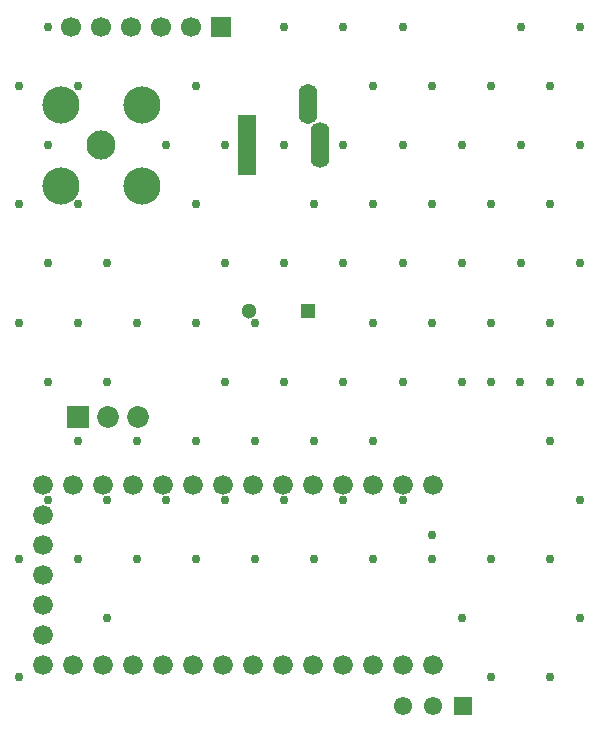
<source format=gbs>
G04*
G04 #@! TF.GenerationSoftware,Altium Limited,Altium Designer,22.10.1 (41)*
G04*
G04 Layer_Color=16711935*
%FSLAX25Y25*%
%MOIN*%
G70*
G04*
G04 #@! TF.SameCoordinates,E9990B0B-6E38-4B2E-9C7E-526108F30C78*
G04*
G04*
G04 #@! TF.FilePolarity,Negative*
G04*
G01*
G75*
%ADD22C,0.12402*%
%ADD23C,0.09724*%
%ADD24R,0.05118X0.05118*%
%ADD25C,0.05118*%
%ADD26C,0.06614*%
%ADD27C,0.07284*%
%ADD28R,0.07284X0.07284*%
%ADD29C,0.06102*%
%ADD30R,0.06102X0.06102*%
G04:AMPARAMS|DCode=31|XSize=133.86mil|YSize=62.99mil|CornerRadius=31.5mil|HoleSize=0mil|Usage=FLASHONLY|Rotation=90.000|XOffset=0mil|YOffset=0mil|HoleType=Round|Shape=RoundedRectangle|*
%AMROUNDEDRECTD31*
21,1,0.13386,0.00000,0,0,90.0*
21,1,0.07087,0.06299,0,0,90.0*
1,1,0.06299,0.00000,0.03543*
1,1,0.06299,0.00000,-0.03543*
1,1,0.06299,0.00000,-0.03543*
1,1,0.06299,0.00000,0.03543*
%
%ADD31ROUNDEDRECTD31*%
G04:AMPARAMS|DCode=32|XSize=153.54mil|YSize=62.99mil|CornerRadius=31.5mil|HoleSize=0mil|Usage=FLASHONLY|Rotation=90.000|XOffset=0mil|YOffset=0mil|HoleType=Round|Shape=RoundedRectangle|*
%AMROUNDEDRECTD32*
21,1,0.15354,0.00000,0,0,90.0*
21,1,0.09055,0.06299,0,0,90.0*
1,1,0.06299,0.00000,0.04528*
1,1,0.06299,0.00000,-0.04528*
1,1,0.06299,0.00000,-0.04528*
1,1,0.06299,0.00000,0.04528*
%
%ADD32ROUNDEDRECTD32*%
%ADD33R,0.06299X0.20079*%
%ADD34R,0.06693X0.06693*%
%ADD35C,0.06693*%
%ADD36C,0.02953*%
D22*
X218228Y360512D02*
D03*
Y387520D02*
D03*
X191220D02*
D03*
Y360512D02*
D03*
D23*
X204724Y374016D02*
D03*
D24*
X273622Y318898D02*
D03*
D25*
X253937D02*
D03*
D26*
X185276Y210787D02*
D03*
Y220787D02*
D03*
Y230787D02*
D03*
Y240787D02*
D03*
Y250787D02*
D03*
X315276Y200787D02*
D03*
X305276D02*
D03*
X295276D02*
D03*
X285276D02*
D03*
X275276D02*
D03*
X265276D02*
D03*
X255276D02*
D03*
X245276D02*
D03*
X235276D02*
D03*
X225276D02*
D03*
X215276D02*
D03*
X205276D02*
D03*
X195276D02*
D03*
X185276D02*
D03*
X315276Y260787D02*
D03*
X305276D02*
D03*
X295276D02*
D03*
X285276D02*
D03*
X275276D02*
D03*
X265276D02*
D03*
X255276D02*
D03*
X245276D02*
D03*
X235276D02*
D03*
X225276D02*
D03*
X215276D02*
D03*
X205276D02*
D03*
X195276D02*
D03*
X185276D02*
D03*
D27*
X216850Y283465D02*
D03*
X206850D02*
D03*
D28*
X196850D02*
D03*
D29*
X305118Y187008D02*
D03*
X315118D02*
D03*
D30*
X325118D02*
D03*
D31*
X273622Y387795D02*
D03*
D32*
X277559Y374016D02*
D03*
D33*
X253150D02*
D03*
D34*
X244724Y413386D02*
D03*
D35*
X234724D02*
D03*
X224724D02*
D03*
X214724D02*
D03*
X204724D02*
D03*
X194724D02*
D03*
D36*
X364173Y413386D02*
D03*
X354331Y393701D02*
D03*
X364173Y374016D02*
D03*
X354331Y354331D02*
D03*
X364173Y334646D02*
D03*
X354331Y314961D02*
D03*
X364173Y295276D02*
D03*
X354331Y275591D02*
D03*
X364173Y255906D02*
D03*
X354331Y236221D02*
D03*
X364173Y216535D02*
D03*
X354331Y196850D02*
D03*
X344488Y413386D02*
D03*
X334646Y393701D02*
D03*
X344488Y374016D02*
D03*
X334646Y354331D02*
D03*
X344488Y334646D02*
D03*
X334646Y314961D02*
D03*
Y236221D02*
D03*
Y196850D02*
D03*
X314961Y393701D02*
D03*
X324803Y374016D02*
D03*
X314961Y354331D02*
D03*
X324803Y334646D02*
D03*
X314961Y314961D02*
D03*
X324803Y295276D02*
D03*
X314961Y236221D02*
D03*
X324803Y216535D02*
D03*
X305118Y413386D02*
D03*
X295276Y393701D02*
D03*
X305118Y374016D02*
D03*
X295276Y354331D02*
D03*
X305118Y334646D02*
D03*
X295276Y314961D02*
D03*
X305118Y295276D02*
D03*
X295276Y275591D02*
D03*
X305118Y255906D02*
D03*
X295276Y236221D02*
D03*
X285433Y413386D02*
D03*
Y374016D02*
D03*
X275591Y354331D02*
D03*
X285433Y334646D02*
D03*
Y295276D02*
D03*
X275591Y275591D02*
D03*
X285433Y255906D02*
D03*
X275591Y236221D02*
D03*
X265748Y413386D02*
D03*
Y374016D02*
D03*
Y334646D02*
D03*
X255906Y314961D02*
D03*
X265748Y295276D02*
D03*
X255906Y275591D02*
D03*
X265748Y255906D02*
D03*
X255906Y236221D02*
D03*
X236221Y393701D02*
D03*
X246063Y374016D02*
D03*
X236221Y354331D02*
D03*
X246063Y334646D02*
D03*
X236221Y314961D02*
D03*
X246063Y295276D02*
D03*
X236221Y275591D02*
D03*
X246063Y255906D02*
D03*
X236221Y236221D02*
D03*
X226378Y374016D02*
D03*
X216535Y314961D02*
D03*
Y275591D02*
D03*
X226378Y255906D02*
D03*
X216535Y236221D02*
D03*
X196850Y393701D02*
D03*
Y354331D02*
D03*
X206693Y334646D02*
D03*
X196850Y314961D02*
D03*
X206693Y295276D02*
D03*
X196850Y275591D02*
D03*
X206693Y255906D02*
D03*
X196850Y236221D02*
D03*
X206693Y216535D02*
D03*
X187008Y413386D02*
D03*
X177165Y393701D02*
D03*
X187008Y374016D02*
D03*
X177165Y354331D02*
D03*
X187008Y334646D02*
D03*
X177165Y314961D02*
D03*
X187008Y295276D02*
D03*
Y255906D02*
D03*
X177165Y236221D02*
D03*
Y196850D02*
D03*
X334646Y393701D02*
D03*
X314961Y354331D02*
D03*
X334646Y314961D02*
D03*
Y236221D02*
D03*
X295276Y393701D02*
D03*
X275591Y354331D02*
D03*
X295276Y314961D02*
D03*
X275591Y275591D02*
D03*
X295276Y236221D02*
D03*
X236221Y354331D02*
D03*
X255906Y314961D02*
D03*
X236221Y275591D02*
D03*
X255906Y236221D02*
D03*
X196850Y354331D02*
D03*
X216535Y314961D02*
D03*
X196850Y275591D02*
D03*
X216535Y236221D02*
D03*
X314961Y244094D02*
D03*
X354331Y295276D02*
D03*
X334646D02*
D03*
X344345Y295283D02*
D03*
M02*

</source>
